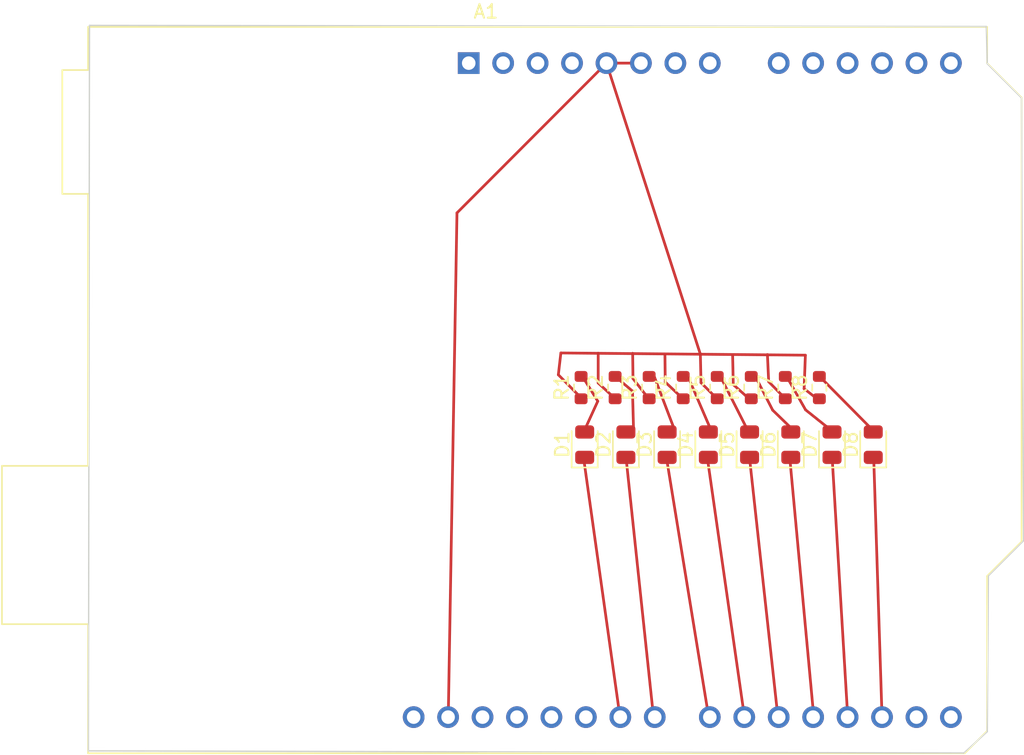
<source format=kicad_pcb>
(kicad_pcb (version 20221018) (generator pcbnew)
  (layers (0 "F.Cu" signal) (31 "B.Cu" signal) (34 "B.Paste" user) (35 "F.Paste" user) (36 "B.SilkS" user "B.Silkscreen") (37 "F.SilkS" user "F.Silkscreen") (38 "B.Mask" user) (39 "F.Mask" user) (44 "Edge.Cuts" user))
  (net 0 "")
  (net 5 "Net-(A1-+5V)")
  (net 6 "GND")
  (net 16 "Net-(A1-D2)")
  (net 17 "Net-(A1-D3)")
  (net 18 "Net-(A1-D4)")
  (net 19 "Net-(A1-D5)")
  (net 20 "Net-(A1-D6)")
  (net 21 "Net-(A1-D7)")
  (net 22 "Net-(A1-D8)")
  (net 23 "Net-(A1-D9)")
  (net 29 "Net-(D1-A)")
  (net 30 "Net-(D2-A)")
  (net 31 "Net-(D3-A)")
  (net 32 "Net-(D4-A)")
  (net 33 "Net-(D5-A)")
  (net 34 "Net-(D6-A)")
  (net 35 "Net-(D7-A)")
  (net 36 "Net-(D8-A)")
  (footprint "LED_SMD:LED_0805_2012Metric" (layer "F.Cu") (at 151.291828 84.035186 90)
    (fp_text reference "D2" (at 0 -1.65 90) (layer "F.SilkS"))
    (fp_text value "LED")
    (fp_line (start -1.685 -0.96) (end -1.685 0.96) (stroke (width 0.12)) (layer "F.SilkS"))
    (fp_line (start -1.685 0.96) (end 1 0.96) (stroke (width 0.12)) (layer "F.SilkS"))
    (fp_line (start 1 -0.96) (end -1.685 -0.96) (stroke (width 0.12)) (layer "F.SilkS"))
    (pad "1" smd roundrect (at -0.9375 0 90) (size 0.975 1.4) (layers "F.Cu" "F.Paste" "F.Mask") (net 22 "Net-(A1-D8)"))
    (pad "2" smd roundrect (at 0.9375 0 90) (size 0.975 1.4) (layers "F.Cu" "F.Paste" "F.Mask") (net 30 "Net-(D2-A)"))
  )
  (footprint "LED_SMD:LED_0805_2012Metric" (layer "F.Cu") (at 157.371828 84.035186 90)
    (fp_text reference "D4" (at 0 -1.65 90) (layer "F.SilkS"))
    (fp_text value "LED")
    (fp_line (start -1.685 -0.96) (end -1.685 0.96) (stroke (width 0.12)) (layer "F.SilkS"))
    (fp_line (start -1.685 0.96) (end 1 0.96) (stroke (width 0.12)) (layer "F.SilkS"))
    (fp_line (start 1 -0.96) (end -1.685 -0.96) (stroke (width 0.12)) (layer "F.SilkS"))
    (pad "1" smd roundrect (at -0.9375 0 90) (size 0.975 1.4) (layers "F.Cu" "F.Paste" "F.Mask") (net 20 "Net-(A1-D6)"))
    (pad "2" smd roundrect (at 0.9375 0 90) (size 0.975 1.4) (layers "F.Cu" "F.Paste" "F.Mask") (net 32 "Net-(D4-A)"))
  )
  (footprint "Resistor_SMD:R_0603_1608Metric" (layer "F.Cu") (at 155.516828 79.825186 90)
    (fp_text reference "R4" (at 0 -1.43 90) (layer "F.SilkS"))
    (fp_text value "247")
    (fp_line (start -0.237258 -0.5225) (end 0.237258 -0.5225) (stroke (width 0.12)) (layer "F.SilkS"))
    (fp_line (start -0.237258 0.5225) (end 0.237258 0.5225) (stroke (width 0.12)) (layer "F.SilkS"))
    (pad "1" smd roundrect (at -0.825 0 90) (size 0.8 0.95) (layers "F.Cu" "F.Paste" "F.Mask") (net 5 "Net-(A1-+5V)"))
    (pad "2" smd roundrect (at 0.825 0 90) (size 0.8 0.95) (layers "F.Cu" "F.Paste" "F.Mask") (net 32 "Net-(D4-A)"))
  )
  (footprint "LED_SMD:LED_0805_2012Metric" (layer "F.Cu") (at 154.331828 84.035186 90)
    (fp_text reference "D3" (at 0 -1.65 90) (layer "F.SilkS"))
    (fp_text value "LED")
    (fp_line (start -1.685 -0.96) (end -1.685 0.96) (stroke (width 0.12)) (layer "F.SilkS"))
    (fp_line (start -1.685 0.96) (end 1 0.96) (stroke (width 0.12)) (layer "F.SilkS"))
    (fp_line (start 1 -0.96) (end -1.685 -0.96) (stroke (width 0.12)) (layer "F.SilkS"))
    (pad "1" smd roundrect (at -0.9375 0 90) (size 0.975 1.4) (layers "F.Cu" "F.Paste" "F.Mask") (net 21 "Net-(A1-D7)"))
    (pad "2" smd roundrect (at 0.9375 0 90) (size 0.975 1.4) (layers "F.Cu" "F.Paste" "F.Mask") (net 31 "Net-(D3-A)"))
  )
  (footprint "LED_SMD:LED_0805_2012Metric" (layer "F.Cu") (at 169.531828 84.035186 90)
    (fp_text reference "D8" (at 0 -1.65 90) (layer "F.SilkS"))
    (fp_text value "LED")
    (fp_line (start -1.685 -0.96) (end -1.685 0.96) (stroke (width 0.12)) (layer "F.SilkS"))
    (fp_line (start -1.685 0.96) (end 1 0.96) (stroke (width 0.12)) (layer "F.SilkS"))
    (fp_line (start 1 -0.96) (end -1.685 -0.96) (stroke (width 0.12)) (layer "F.SilkS"))
    (pad "1" smd roundrect (at -0.9375 0 90) (size 0.975 1.4) (layers "F.Cu" "F.Paste" "F.Mask") (net 16 "Net-(A1-D2)"))
    (pad "2" smd roundrect (at 0.9375 0 90) (size 0.975 1.4) (layers "F.Cu" "F.Paste" "F.Mask") (net 36 "Net-(D8-A)"))
  )
  (footprint "Module:Arduino_UNO_R2" (layer "F.Cu") (at 139.7 55.88)
    (fp_text reference "A1" (at 1.27 -3.81 180) (layer "F.SilkS"))
    (fp_text value "Arduino_UNO_R2")
    (fp_line (start -34.42 29.72) (end -34.42 41.4) (stroke (width 0.12)) (layer "F.SilkS"))
    (fp_line (start -34.42 41.4) (end -28.07 41.4) (stroke (width 0.12)) (layer "F.SilkS"))
    (fp_line (start -29.97 0.51) (end -29.97 9.65) (stroke (width 0.12)) (layer "F.SilkS"))
    (fp_line (start -29.97 9.65) (end -28.07 9.65) (stroke (width 0.12)) (layer "F.SilkS"))
    (fp_line (start -28.07 -2.67) (end -28.07 0.51) (stroke (width 0.12)) (layer "F.SilkS"))
    (fp_line (start -28.07 0.51) (end -29.97 0.51) (stroke (width 0.12)) (layer "F.SilkS"))
    (fp_line (start -28.07 9.65) (end -28.07 29.72) (stroke (width 0.12)) (layer "F.SilkS"))
    (fp_line (start -28.07 29.72) (end -34.42 29.72) (stroke (width 0.12)) (layer "F.SilkS"))
    (fp_line (start -28.07 41.4) (end -28.07 50.93) (stroke (width 0.12)) (layer "F.SilkS"))
    (fp_line (start -28.07 50.93) (end 36.58 50.93) (stroke (width 0.12)) (layer "F.SilkS"))
    (fp_line (start 36.58 50.93) (end 38.23 49.28) (stroke (width 0.12)) (layer "F.SilkS"))
    (fp_line (start 38.23 -2.67) (end -28.07 -2.67) (stroke (width 0.12)) (layer "F.SilkS"))
    (fp_line (start 38.23 0) (end 38.23 -2.67) (stroke (width 0.12)) (layer "F.SilkS"))
    (fp_line (start 38.23 37.85) (end 40.77 35.31) (stroke (width 0.12)) (layer "F.SilkS"))
    (fp_line (start 38.23 49.28) (end 38.23 37.85) (stroke (width 0.12)) (layer "F.SilkS"))
    (fp_line (start 40.77 2.54) (end 38.23 0) (stroke (width 0.12)) (layer "F.SilkS"))
    (fp_line (start 40.77 35.31) (end 40.77 2.54) (stroke (width 0.12)) (layer "F.SilkS"))
    (pad "1" thru_hole rect (at 0 0 90) (size 1.6 1.6) (drill 1) (layers "*.Cu" "*.Mask"))
    (pad "2" thru_hole oval (at 2.54 0 90) (size 1.6 1.6) (drill 1) (layers "*.Cu" "*.Mask"))
    (pad "3" thru_hole oval (at 5.08 0 90) (size 1.6 1.6) (drill 1) (layers "*.Cu" "*.Mask"))
    (pad "4" thru_hole oval (at 7.62 0 90) (size 1.6 1.6) (drill 1) (layers "*.Cu" "*.Mask"))
    (pad "5" thru_hole oval (at 10.16 0 90) (size 1.6 1.6) (drill 1) (layers "*.Cu" "*.Mask") (net 5 "Net-(A1-+5V)"))
    (pad "6" thru_hole oval (at 12.7 0 90) (size 1.6 1.6) (drill 1) (layers "*.Cu" "*.Mask") (net 6 "GND"))
    (pad "7" thru_hole oval (at 15.24 0 90) (size 1.6 1.6) (drill 1) (layers "*.Cu" "*.Mask") (net 6 "GND"))
    (pad "8" thru_hole oval (at 17.78 0 90) (size 1.6 1.6) (drill 1) (layers "*.Cu" "*.Mask"))
    (pad "9" thru_hole oval (at 22.86 0 90) (size 1.6 1.6) (drill 1) (layers "*.Cu" "*.Mask"))
    (pad "10" thru_hole oval (at 25.4 0 90) (size 1.6 1.6) (drill 1) (layers "*.Cu" "*.Mask"))
    (pad "11" thru_hole oval (at 27.94 0 90) (size 1.6 1.6) (drill 1) (layers "*.Cu" "*.Mask"))
    (pad "12" thru_hole oval (at 30.48 0 90) (size 1.6 1.6) (drill 1) (layers "*.Cu" "*.Mask"))
    (pad "13" thru_hole oval (at 33.02 0 90) (size 1.6 1.6) (drill 1) (layers "*.Cu" "*.Mask"))
    (pad "14" thru_hole oval (at 35.56 0 90) (size 1.6 1.6) (drill 1) (layers "*.Cu" "*.Mask"))
    (pad "15" thru_hole oval (at 35.56 48.26 90) (size 1.6 1.6) (drill 1) (layers "*.Cu" "*.Mask"))
    (pad "16" thru_hole oval (at 33.02 48.26 90) (size 1.6 1.6) (drill 1) (layers "*.Cu" "*.Mask"))
    (pad "17" thru_hole oval (at 30.48 48.26 90) (size 1.6 1.6) (drill 1) (layers "*.Cu" "*.Mask") (net 16 "Net-(A1-D2)"))
    (pad "18" thru_hole oval (at 27.94 48.26 90) (size 1.6 1.6) (drill 1) (layers "*.Cu" "*.Mask") (net 17 "Net-(A1-D3)"))
    (pad "19" thru_hole oval (at 25.4 48.26 90) (size 1.6 1.6) (drill 1) (layers "*.Cu" "*.Mask") (net 18 "Net-(A1-D4)"))
    (pad "20" thru_hole oval (at 22.86 48.26 90) (size 1.6 1.6) (drill 1) (layers "*.Cu" "*.Mask") (net 19 "Net-(A1-D5)"))
    (pad "21" thru_hole oval (at 20.32 48.26 90) (size 1.6 1.6) (drill 1) (layers "*.Cu" "*.Mask") (net 20 "Net-(A1-D6)"))
    (pad "22" thru_hole oval (at 17.78 48.26 90) (size 1.6 1.6) (drill 1) (layers "*.Cu" "*.Mask") (net 21 "Net-(A1-D7)"))
    (pad "23" thru_hole oval (at 13.72 48.26 90) (size 1.6 1.6) (drill 1) (layers "*.Cu" "*.Mask") (net 22 "Net-(A1-D8)"))
    (pad "24" thru_hole oval (at 11.18 48.26 90) (size 1.6 1.6) (drill 1) (layers "*.Cu" "*.Mask") (net 23 "Net-(A1-D9)"))
    (pad "25" thru_hole oval (at 8.64 48.26 90) (size 1.6 1.6) (drill 1) (layers "*.Cu" "*.Mask"))
    (pad "26" thru_hole oval (at 6.1 48.26 90) (size 1.6 1.6) (drill 1) (layers "*.Cu" "*.Mask"))
    (pad "27" thru_hole oval (at 3.56 48.26 90) (size 1.6 1.6) (drill 1) (layers "*.Cu" "*.Mask"))
    (pad "28" thru_hole oval (at 1.02 48.26 90) (size 1.6 1.6) (drill 1) (layers "*.Cu" "*.Mask"))
    (pad "29" thru_hole oval (at -1.52 48.26 90) (size 1.6 1.6) (drill 1) (layers "*.Cu" "*.Mask") (net 6 "GND"))
    (pad "30" thru_hole oval (at -4.06 48.26 90) (size 1.6 1.6) (drill 1) (layers "*.Cu" "*.Mask"))
  )
  (footprint "LED_SMD:LED_0805_2012Metric" (layer "F.Cu") (at 166.491828 84.035186 90)
    (fp_text reference "D7" (at 0 -1.65 90) (layer "F.SilkS"))
    (fp_text value "LED")
    (fp_line (start -1.685 -0.96) (end -1.685 0.96) (stroke (width 0.12)) (layer "F.SilkS"))
    (fp_line (start -1.685 0.96) (end 1 0.96) (stroke (width 0.12)) (layer "F.SilkS"))
    (fp_line (start 1 -0.96) (end -1.685 -0.96) (stroke (width 0.12)) (layer "F.SilkS"))
    (pad "1" smd roundrect (at -0.9375 0 90) (size 0.975 1.4) (layers "F.Cu" "F.Paste" "F.Mask") (net 17 "Net-(A1-D3)"))
    (pad "2" smd roundrect (at 0.9375 0 90) (size 0.975 1.4) (layers "F.Cu" "F.Paste" "F.Mask") (net 35 "Net-(D7-A)"))
  )
  (footprint "Resistor_SMD:R_0603_1608Metric" (layer "F.Cu") (at 158.026828 79.825186 90)
    (fp_text reference "R5" (at 0 -1.43 90) (layer "F.SilkS"))
    (fp_text value "247")
    (fp_line (start -0.237258 -0.5225) (end 0.237258 -0.5225) (stroke (width 0.12)) (layer "F.SilkS"))
    (fp_line (start -0.237258 0.5225) (end 0.237258 0.5225) (stroke (width 0.12)) (layer "F.SilkS"))
    (pad "1" smd roundrect (at -0.825 0 90) (size 0.8 0.95) (layers "F.Cu" "F.Paste" "F.Mask") (net 5 "Net-(A1-+5V)"))
    (pad "2" smd roundrect (at 0.825 0 90) (size 0.8 0.95) (layers "F.Cu" "F.Paste" "F.Mask") (net 33 "Net-(D5-A)"))
  )
  (footprint "LED_SMD:LED_0805_2012Metric" (layer "F.Cu") (at 163.451828 84.035186 90)
    (fp_text reference "D6" (at 0 -1.65 90) (layer "F.SilkS"))
    (fp_text value "LED")
    (fp_line (start -1.685 -0.96) (end -1.685 0.96) (stroke (width 0.12)) (layer "F.SilkS"))
    (fp_line (start -1.685 0.96) (end 1 0.96) (stroke (width 0.12)) (layer "F.SilkS"))
    (fp_line (start 1 -0.96) (end -1.685 -0.96) (stroke (width 0.12)) (layer "F.SilkS"))
    (pad "1" smd roundrect (at -0.9375 0 90) (size 0.975 1.4) (layers "F.Cu" "F.Paste" "F.Mask") (net 18 "Net-(A1-D4)"))
    (pad "2" smd roundrect (at 0.9375 0 90) (size 0.975 1.4) (layers "F.Cu" "F.Paste" "F.Mask") (net 34 "Net-(D6-A)"))
  )
  (footprint "Resistor_SMD:R_0603_1608Metric" (layer "F.Cu") (at 153.006828 79.825186 90)
    (fp_text reference "R3" (at 0 -1.43 90) (layer "F.SilkS"))
    (fp_text value "247")
    (fp_line (start -0.237258 -0.5225) (end 0.237258 -0.5225) (stroke (width 0.12)) (layer "F.SilkS"))
    (fp_line (start -0.237258 0.5225) (end 0.237258 0.5225) (stroke (width 0.12)) (layer "F.SilkS"))
    (pad "1" smd roundrect (at -0.825 0 90) (size 0.8 0.95) (layers "F.Cu" "F.Paste" "F.Mask") (net 5 "Net-(A1-+5V)"))
    (pad "2" smd roundrect (at 0.825 0 90) (size 0.8 0.95) (layers "F.Cu" "F.Paste" "F.Mask") (net 31 "Net-(D3-A)"))
  )
  (footprint "LED_SMD:LED_0805_2012Metric" (layer "F.Cu") (at 160.411828 84.035186 90)
    (fp_text reference "D5" (at 0 -1.65 90) (layer "F.SilkS"))
    (fp_text value "LED")
    (fp_line (start -1.685 -0.96) (end -1.685 0.96) (stroke (width 0.12)) (layer "F.SilkS"))
    (fp_line (start -1.685 0.96) (end 1 0.96) (stroke (width 0.12)) (layer "F.SilkS"))
    (fp_line (start 1 -0.96) (end -1.685 -0.96) (stroke (width 0.12)) (layer "F.SilkS"))
    (pad "1" smd roundrect (at -0.9375 0 90) (size 0.975 1.4) (layers "F.Cu" "F.Paste" "F.Mask") (net 19 "Net-(A1-D5)"))
    (pad "2" smd roundrect (at 0.9375 0 90) (size 0.975 1.4) (layers "F.Cu" "F.Paste" "F.Mask") (net 33 "Net-(D5-A)"))
  )
  (footprint "LED_SMD:LED_0805_2012Metric" (layer "F.Cu") (at 148.251828 84.035186 90)
    (fp_text reference "D1" (at 0 -1.65 90) (layer "F.SilkS"))
    (fp_text value "LED")
    (fp_line (start -1.685 -0.96) (end -1.685 0.96) (stroke (width 0.12)) (layer "F.SilkS"))
    (fp_line (start -1.685 0.96) (end 1 0.96) (stroke (width 0.12)) (layer "F.SilkS"))
    (fp_line (start 1 -0.96) (end -1.685 -0.96) (stroke (width 0.12)) (layer "F.SilkS"))
    (pad "1" smd roundrect (at -0.9375 0 90) (size 0.975 1.4) (layers "F.Cu" "F.Paste" "F.Mask") (net 23 "Net-(A1-D9)"))
    (pad "2" smd roundrect (at 0.9375 0 90) (size 0.975 1.4) (layers "F.Cu" "F.Paste" "F.Mask") (net 29 "Net-(D1-A)"))
  )
  (footprint "Resistor_SMD:R_0603_1608Metric" (layer "F.Cu") (at 160.536828 79.825186 90)
    (fp_text reference "R6" (at 0 -1.43 90) (layer "F.SilkS"))
    (fp_text value "247")
    (fp_line (start -0.237258 -0.5225) (end 0.237258 -0.5225) (stroke (width 0.12)) (layer "F.SilkS"))
    (fp_line (start -0.237258 0.5225) (end 0.237258 0.5225) (stroke (width 0.12)) (layer "F.SilkS"))
    (pad "1" smd roundrect (at -0.825 0 90) (size 0.8 0.95) (layers "F.Cu" "F.Paste" "F.Mask") (net 5 "Net-(A1-+5V)"))
    (pad "2" smd roundrect (at 0.825 0 90) (size 0.8 0.95) (layers "F.Cu" "F.Paste" "F.Mask") (net 34 "Net-(D6-A)"))
  )
  (footprint "Resistor_SMD:R_0603_1608Metric" (layer "F.Cu") (at 147.986828 79.825186 90)
    (fp_text reference "R1" (at 0 -1.43 90) (layer "F.SilkS"))
    (fp_text value "247")
    (fp_line (start -0.237258 -0.5225) (end 0.237258 -0.5225) (stroke (width 0.12)) (layer "F.SilkS"))
    (fp_line (start -0.237258 0.5225) (end 0.237258 0.5225) (stroke (width 0.12)) (layer "F.SilkS"))
    (pad "1" smd roundrect (at -0.825 0 90) (size 0.8 0.95) (layers "F.Cu" "F.Paste" "F.Mask") (net 5 "Net-(A1-+5V)"))
    (pad "2" smd roundrect (at 0.825 0 90) (size 0.8 0.95) (layers "F.Cu" "F.Paste" "F.Mask") (net 29 "Net-(D1-A)"))
  )
  (footprint "Resistor_SMD:R_0603_1608Metric" (layer "F.Cu") (at 165.556828 79.825186 90)
    (fp_text reference "R8" (at 0 -1.43 90) (layer "F.SilkS"))
    (fp_text value "247")
    (fp_line (start -0.237258 -0.5225) (end 0.237258 -0.5225) (stroke (width 0.12)) (layer "F.SilkS"))
    (fp_line (start -0.237258 0.5225) (end 0.237258 0.5225) (stroke (width 0.12)) (layer "F.SilkS"))
    (pad "1" smd roundrect (at -0.825 0 90) (size 0.8 0.95) (layers "F.Cu" "F.Paste" "F.Mask") (net 5 "Net-(A1-+5V)"))
    (pad "2" smd roundrect (at 0.825 0 90) (size 0.8 0.95) (layers "F.Cu" "F.Paste" "F.Mask") (net 36 "Net-(D8-A)"))
  )
  (footprint "Resistor_SMD:R_0603_1608Metric" (layer "F.Cu") (at 150.496828 79.825186 90)
    (fp_text reference "R2" (at 0 -1.43 90) (layer "F.SilkS"))
    (fp_text value "247")
    (fp_line (start -0.237258 -0.5225) (end 0.237258 -0.5225) (stroke (width 0.12)) (layer "F.SilkS"))
    (fp_line (start -0.237258 0.5225) (end 0.237258 0.5225) (stroke (width 0.12)) (layer "F.SilkS"))
    (pad "1" smd roundrect (at -0.825 0 90) (size 0.8 0.95) (layers "F.Cu" "F.Paste" "F.Mask") (net 5 "Net-(A1-+5V)"))
    (pad "2" smd roundrect (at 0.825 0 90) (size 0.8 0.95) (layers "F.Cu" "F.Paste" "F.Mask") (net 30 "Net-(D2-A)"))
  )
  (footprint "Resistor_SMD:R_0603_1608Metric" (layer "F.Cu") (at 163.046828 79.825186 90)
    (fp_text reference "R7" (at 0 -1.43 90) (layer "F.SilkS"))
    (fp_text value "247")
    (fp_line (start -0.237258 -0.5225) (end 0.237258 -0.5225) (stroke (width 0.12)) (layer "F.SilkS"))
    (fp_line (start -0.237258 0.5225) (end 0.237258 0.5225) (stroke (width 0.12)) (layer "F.SilkS"))
    (pad "1" smd roundrect (at -0.825 0 90) (size 0.8 0.95) (layers "F.Cu" "F.Paste" "F.Mask") (net 5 "Net-(A1-+5V)"))
    (pad "2" smd roundrect (at 0.825 0 90) (size 0.8 0.95) (layers "F.Cu" "F.Paste" "F.Mask") (net 35 "Net-(D7-A)"))
  )
  (gr_line (start 138.204193 103.460177) (end 138.834006 66.930998) (stroke (width 0.2)) (layer "F.Cu"))
  (gr_line (start 149.86 55.88) (end 152.4 55.88) (stroke (width 0.2)) (layer "F.Cu"))
  (gr_line (start 159.956523 103.581403) (end 157.297311 85.001907) (stroke (width 0.2)) (layer "F.Cu"))
  (gr_line (start 146.309223 78.877378) (end 146.495834 77.267855) (stroke (width 0.2)) (layer "F.Cu"))
  (gr_line (start 150.789239 103.651382) (end 148.200006 85.211844) (stroke (width 0.2)) (layer "F.Cu"))
  (gr_line (start 154.825983 82.803992) (end 153.30199 78.791848) (stroke (width 0.2)) (layer "F.Cu"))
  (gr_line (start 148.22199 83.006155) (end 149.21725 80.829022) (stroke (width 0.2)) (layer "F.Cu"))
  (gr_line (start 165.1 103.616392) (end 163.385507 85.106876) (stroke (width 0.2)) (layer "F.Cu"))
  (gr_line (start 151.814259 79.157295) (end 151.790932 77.291181) (stroke (width 0.2)) (layer "F.Cu"))
  (gr_line (start 151.855751 82.9284) (end 151.777997 80.082576) (stroke (width 0.2)) (layer "F.Cu"))
  (gr_line (start 156.82944 79.460538) (end 156.782787 77.36116) (stroke (width 0.2)) (layer "F.Cu"))
  (gr_line (start 164.542745 81.466611) (end 163.166487 79.040663) (stroke (width 0.2)) (layer "F.Cu"))
  (gr_line (start 170.18 104.14) (end 169.573512 85.232591) (stroke (width 0.2)) (layer "F.Cu"))
  (gr_line (start 160.561668 80.813471) (end 159.208735 79.600497) (stroke (width 0.2)) (layer "F.Cu"))
  (gr_line (start 153.273503 103.616392) (end 151.314083 85.106876) (stroke (width 0.2)) (layer "F.Cu"))
  (gr_line (start 150.484653 80.62686) (end 149.248352 79.483865) (stroke (width 0.2)) (layer "F.Cu"))
  (gr_line (start 162.440787 103.581403) (end 160.411388 85.036896) (stroke (width 0.2)) (layer "F.Cu"))
  (gr_line (start 156.782787 77.36116) (end 149.86 55.88) (stroke (width 0.2)) (layer "F.Cu"))
  (gr_line (start 157.594051 83.021706) (end 155.77459 78.791848) (stroke (width 0.2)) (layer "F.Cu"))
  (gr_line (start 146.495834 77.267855) (end 164.527159 77.43114) (stroke (width 0.2)) (layer "F.Cu"))
  (gr_line (start 167.619253 103.616392) (end 166.499585 84.966917) (stroke (width 0.2)) (layer "F.Cu"))
  (gr_line (start 166.525491 83.052808) (end 164.542745 81.466611) (stroke (width 0.2)) (layer "F.Cu"))
  (gr_line (start 152.957254 80.62686) (end 151.814259 79.157295) (stroke (width 0.2)) (layer "F.Cu"))
  (gr_line (start 157.297311 103.511424) (end 154.323192 85.246834) (stroke (width 0.2)) (layer "F.Cu"))
  (gr_line (start 164.527159 77.43114) (end 164.433854 79.903741) (stroke (width 0.2)) (layer "F.Cu"))
  (gr_line (start 155.546487 80.696839) (end 154.193554 79.413886) (stroke (width 0.2)) (layer "F.Cu"))
  (gr_line (start 147.942073 80.533554) (end 146.309223 78.877378) (stroke (width 0.2)) (layer "F.Cu"))
  (gr_line (start 149.248352 79.483865) (end 149.248352 77.291181) (stroke (width 0.2)) (layer "F.Cu"))
  (gr_line (start 138.834006 66.930998) (end 149.86 55.88) (stroke (width 0.2)) (layer "F.Cu"))
  (gr_line (start 160.346569 83.115011) (end 158.216089 78.916255) (stroke (width 0.2)) (layer "F.Cu"))
  (gr_line (start 154.193554 79.413886) (end 154.170228 77.384487) (stroke (width 0.2)) (layer "F.Cu"))
  (gr_line (start 164.433854 79.903741) (end 165.506869 80.743492) (stroke (width 0.2)) (layer "F.Cu"))
  (gr_line (start 159.208735 79.600497) (end 159.162082 77.407813) (stroke (width 0.2)) (layer "F.Cu"))
  (gr_line (start 161.821294 79.390559) (end 161.727989 77.384487) (stroke (width 0.2)) (layer "F.Cu"))
  (gr_line (start 151.777997 80.082576) (end 150.440615 78.947357) (stroke (width 0.2)) (layer "F.Cu"))
  (gr_line (start 163.679668 83.006155) (end 162.116797 81.489937) (stroke (width 0.2)) (layer "F.Cu"))
  (gr_line (start 169.674559 83.146113) (end 165.639087 79.063989) (stroke (width 0.2)) (layer "F.Cu"))
  (gr_line (start 149.21725 80.829022) (end 148.06648 78.962908) (stroke (width 0.2)) (layer "F.Cu"))
  (gr_line (start 162.987616 80.580207) (end 161.821294 79.390559) (stroke (width 0.2)) (layer "F.Cu"))
  (gr_line (start 157.995761 80.62686) (end 156.82944 79.460538) (stroke (width 0.2)) (layer "F.Cu"))
  (gr_line (start 162.116797 81.489937) (end 160.787191 78.900704) (stroke (width 0.2)) (layer "F.Cu"))
  (gr_line (start 111.735541 53.095849) (end 177.865951 53.174575) (stroke (width 0.1)) (layer "Edge.Cuts"))
  (gr_line (start 177.944677 105.21291) (end 176.212691 106.787443) (stroke (width 0.1)) (layer "Edge.Cuts"))
  (gr_line (start 176.212691 106.787443) (end 111.656814 106.62999) (stroke (width 0.1)) (layer "Edge.Cuts"))
  (gr_line (start 177.944677 55.930009) (end 180.463931 58.449263) (stroke (width 0.1)) (layer "Edge.Cuts"))
  (gr_line (start 180.463931 58.449263) (end 180.621385 91.120834) (stroke (width 0.1)) (layer "Edge.Cuts"))
  (gr_line (start 180.621385 91.120834) (end 178.023404 93.718815) (stroke (width 0.1)) (layer "Edge.Cuts"))
  (gr_line (start 177.865951 53.174575) (end 177.944677 55.930009) (stroke (width 0.1)) (layer "Edge.Cuts"))
  (gr_line (start 111.656814 106.62999) (end 111.735541 53.095849) (stroke (width 0.1)) (layer "Edge.Cuts"))
  (gr_line (start 178.023404 93.718815) (end 177.944677 105.21291) (stroke (width 0.1)) (layer "Edge.Cuts"))
)
</source>
